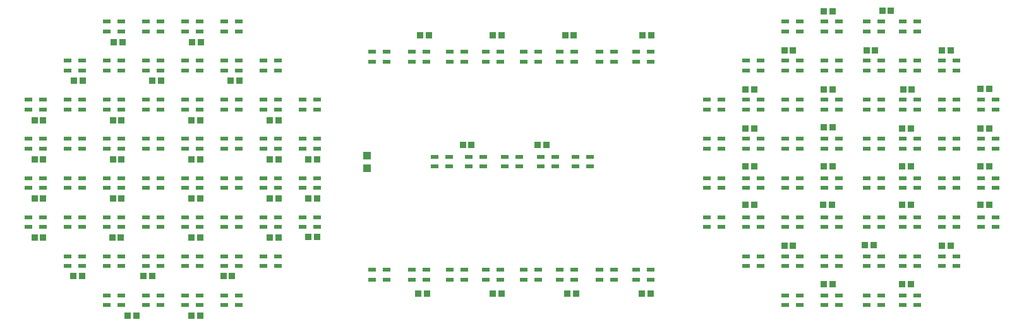
<source format=gbr>
G04 EAGLE Gerber RS-274X export*
G75*
%MOMM*%
%FSLAX34Y34*%
%LPD*%
%INSolderpaste Top*%
%IPPOS*%
%AMOC8*
5,1,8,0,0,1.08239X$1,22.5*%
G01*
%ADD10R,1.000000X0.600000*%
%ADD11R,1.000000X1.100000*%
%ADD12R,0.850000X0.900000*%


D10*
X264000Y415250D03*
X264000Y402250D03*
X283500Y402250D03*
X283500Y415250D03*
X54000Y362750D03*
X54000Y349750D03*
X73500Y349750D03*
X73500Y362750D03*
X211500Y415250D03*
X211500Y402250D03*
X231000Y402250D03*
X231000Y415250D03*
X159000Y415250D03*
X159000Y402250D03*
X178500Y402250D03*
X178500Y415250D03*
X106500Y415250D03*
X106500Y402250D03*
X126000Y402250D03*
X126000Y415250D03*
X316500Y362750D03*
X316500Y349750D03*
X336000Y349750D03*
X336000Y362750D03*
X264000Y362750D03*
X264000Y349750D03*
X283500Y349750D03*
X283500Y362750D03*
X211500Y362750D03*
X211500Y349750D03*
X231000Y349750D03*
X231000Y362750D03*
X159000Y362750D03*
X159000Y349750D03*
X178500Y349750D03*
X178500Y362750D03*
X106500Y362750D03*
X106500Y349750D03*
X126000Y349750D03*
X126000Y362750D03*
X369000Y310250D03*
X369000Y297250D03*
X388500Y297250D03*
X388500Y310250D03*
X316500Y310250D03*
X316500Y297250D03*
X336000Y297250D03*
X336000Y310250D03*
X264000Y310250D03*
X264000Y297250D03*
X283500Y297250D03*
X283500Y310250D03*
X211500Y310250D03*
X211500Y297250D03*
X231000Y297250D03*
X231000Y310250D03*
X159000Y310250D03*
X159000Y297250D03*
X178500Y297250D03*
X178500Y310250D03*
X106500Y310250D03*
X106500Y297250D03*
X126000Y297250D03*
X126000Y310250D03*
X54000Y310250D03*
X54000Y297250D03*
X73500Y297250D03*
X73500Y310250D03*
X1500Y310250D03*
X1500Y297250D03*
X21000Y297250D03*
X21000Y310250D03*
X369000Y257750D03*
X369000Y244750D03*
X388500Y244750D03*
X388500Y257750D03*
X316500Y257750D03*
X316500Y244750D03*
X336000Y244750D03*
X336000Y257750D03*
X264000Y257750D03*
X264000Y244750D03*
X283500Y244750D03*
X283500Y257750D03*
X211500Y257750D03*
X211500Y244750D03*
X231000Y244750D03*
X231000Y257750D03*
X159000Y257750D03*
X159000Y244750D03*
X178500Y244750D03*
X178500Y257750D03*
X106500Y257750D03*
X106500Y244750D03*
X126000Y244750D03*
X126000Y257750D03*
X54000Y257750D03*
X54000Y244750D03*
X73500Y244750D03*
X73500Y257750D03*
X1500Y257750D03*
X1500Y244750D03*
X21000Y244750D03*
X21000Y257750D03*
X369000Y205250D03*
X369000Y192250D03*
X388500Y192250D03*
X388500Y205250D03*
X316500Y205250D03*
X316500Y192250D03*
X336000Y192250D03*
X336000Y205250D03*
X264000Y205250D03*
X264000Y192250D03*
X283500Y192250D03*
X283500Y205250D03*
X211500Y205250D03*
X211500Y192250D03*
X231000Y192250D03*
X231000Y205250D03*
X159000Y205250D03*
X159000Y192250D03*
X178500Y192250D03*
X178500Y205250D03*
X106500Y205250D03*
X106500Y192250D03*
X126000Y192250D03*
X126000Y205250D03*
X54000Y205250D03*
X54000Y192250D03*
X73500Y192250D03*
X73500Y205250D03*
X1500Y205250D03*
X1500Y192250D03*
X21000Y192250D03*
X21000Y205250D03*
X369000Y152750D03*
X369000Y139750D03*
X388500Y139750D03*
X388500Y152750D03*
X316500Y152750D03*
X316500Y139750D03*
X336000Y139750D03*
X336000Y152750D03*
X264000Y152750D03*
X264000Y139750D03*
X283500Y139750D03*
X283500Y152750D03*
X211500Y152750D03*
X211500Y139750D03*
X231000Y139750D03*
X231000Y152750D03*
X159000Y152750D03*
X159000Y139750D03*
X178500Y139750D03*
X178500Y152750D03*
X106500Y152750D03*
X106500Y139750D03*
X126000Y139750D03*
X126000Y152750D03*
X54000Y152750D03*
X54000Y139750D03*
X73500Y139750D03*
X73500Y152750D03*
X1500Y152750D03*
X1500Y139750D03*
X21000Y139750D03*
X21000Y152750D03*
X316500Y100250D03*
X316500Y87250D03*
X336000Y87250D03*
X336000Y100250D03*
X264000Y100250D03*
X264000Y87250D03*
X283500Y87250D03*
X283500Y100250D03*
X211500Y100250D03*
X211500Y87250D03*
X231000Y87250D03*
X231000Y100250D03*
X159000Y100250D03*
X159000Y87250D03*
X178500Y87250D03*
X178500Y100250D03*
X106500Y100250D03*
X106500Y87250D03*
X126000Y87250D03*
X126000Y100250D03*
X54000Y100250D03*
X54000Y87250D03*
X73500Y87250D03*
X73500Y100250D03*
X264000Y47750D03*
X264000Y34750D03*
X283500Y34750D03*
X283500Y47750D03*
X211500Y47750D03*
X211500Y34750D03*
X231000Y34750D03*
X231000Y47750D03*
X159000Y47750D03*
X159000Y34750D03*
X178500Y34750D03*
X178500Y47750D03*
X106500Y47750D03*
X106500Y34750D03*
X126000Y34750D03*
X126000Y47750D03*
X481720Y68688D03*
X481720Y81688D03*
X462220Y81688D03*
X462220Y68688D03*
X535060Y68688D03*
X535060Y81688D03*
X515560Y81688D03*
X515560Y68688D03*
X585860Y68688D03*
X585860Y81688D03*
X566360Y81688D03*
X566360Y68688D03*
X634120Y68688D03*
X634120Y81688D03*
X614620Y81688D03*
X614620Y68688D03*
X684920Y68688D03*
X684920Y81688D03*
X665420Y81688D03*
X665420Y68688D03*
X733180Y68688D03*
X733180Y81688D03*
X713680Y81688D03*
X713680Y68688D03*
X786520Y68688D03*
X786520Y81688D03*
X767020Y81688D03*
X767020Y68688D03*
X836050Y68688D03*
X836050Y81688D03*
X816550Y81688D03*
X816550Y68688D03*
X735270Y233750D03*
X735270Y220750D03*
X754770Y220750D03*
X754770Y233750D03*
X688280Y233750D03*
X688280Y220750D03*
X707780Y220750D03*
X707780Y233750D03*
X640020Y233750D03*
X640020Y220750D03*
X659520Y220750D03*
X659520Y233750D03*
X591760Y233750D03*
X591760Y220750D03*
X611260Y220750D03*
X611260Y233750D03*
X546040Y233750D03*
X546040Y220750D03*
X565540Y220750D03*
X565540Y233750D03*
X481720Y361750D03*
X481720Y374750D03*
X462220Y374750D03*
X462220Y361750D03*
X535060Y361750D03*
X535060Y374750D03*
X515560Y374750D03*
X515560Y361750D03*
X585860Y361750D03*
X585860Y374750D03*
X566360Y374750D03*
X566360Y361750D03*
X634120Y361750D03*
X634120Y374750D03*
X614620Y374750D03*
X614620Y361750D03*
X684920Y361750D03*
X684920Y374750D03*
X665420Y374750D03*
X665420Y361750D03*
X733180Y361750D03*
X733180Y374750D03*
X713680Y374750D03*
X713680Y361750D03*
X786520Y361750D03*
X786520Y374750D03*
X767020Y374750D03*
X767020Y361750D03*
X836050Y361750D03*
X836050Y374750D03*
X816550Y374750D03*
X816550Y361750D03*
X1036000Y402250D03*
X1036000Y415250D03*
X1016500Y415250D03*
X1016500Y402250D03*
X1088500Y402250D03*
X1088500Y415250D03*
X1069000Y415250D03*
X1069000Y402250D03*
X1144550Y402250D03*
X1144550Y415250D03*
X1125050Y415250D03*
X1125050Y402250D03*
X1193500Y402250D03*
X1193500Y415250D03*
X1174000Y415250D03*
X1174000Y402250D03*
X983500Y349750D03*
X983500Y362750D03*
X964000Y362750D03*
X964000Y349750D03*
X1036000Y349750D03*
X1036000Y362750D03*
X1016500Y362750D03*
X1016500Y349750D03*
X1088500Y349750D03*
X1088500Y362750D03*
X1069000Y362750D03*
X1069000Y349750D03*
X1144550Y349750D03*
X1144550Y362750D03*
X1125050Y362750D03*
X1125050Y349750D03*
X1193500Y349750D03*
X1193500Y362750D03*
X1174000Y362750D03*
X1174000Y349750D03*
X1246000Y349750D03*
X1246000Y362750D03*
X1226500Y362750D03*
X1226500Y349750D03*
X931000Y297250D03*
X931000Y310250D03*
X911500Y310250D03*
X911500Y297250D03*
X983500Y297250D03*
X983500Y310250D03*
X964000Y310250D03*
X964000Y297250D03*
X1036000Y297250D03*
X1036000Y310250D03*
X1016500Y310250D03*
X1016500Y297250D03*
X1088500Y297250D03*
X1088500Y310250D03*
X1069000Y310250D03*
X1069000Y297250D03*
X1144550Y297250D03*
X1144550Y310250D03*
X1125050Y310250D03*
X1125050Y297250D03*
X1193500Y297250D03*
X1193500Y310250D03*
X1174000Y310250D03*
X1174000Y297250D03*
X1246000Y297250D03*
X1246000Y310250D03*
X1226500Y310250D03*
X1226500Y297250D03*
X1298500Y297250D03*
X1298500Y310250D03*
X1279000Y310250D03*
X1279000Y297250D03*
X931000Y244750D03*
X931000Y257750D03*
X911500Y257750D03*
X911500Y244750D03*
X983500Y244750D03*
X983500Y257750D03*
X964000Y257750D03*
X964000Y244750D03*
X1036000Y244750D03*
X1036000Y257750D03*
X1016500Y257750D03*
X1016500Y244750D03*
X1088500Y244750D03*
X1088500Y257750D03*
X1069000Y257750D03*
X1069000Y244750D03*
X1144550Y244750D03*
X1144550Y257750D03*
X1125050Y257750D03*
X1125050Y244750D03*
X1193500Y244750D03*
X1193500Y257750D03*
X1174000Y257750D03*
X1174000Y244750D03*
X1246000Y244750D03*
X1246000Y257750D03*
X1226500Y257750D03*
X1226500Y244750D03*
X1298500Y244750D03*
X1298500Y257750D03*
X1279000Y257750D03*
X1279000Y244750D03*
X931000Y192250D03*
X931000Y205250D03*
X911500Y205250D03*
X911500Y192250D03*
X983500Y192250D03*
X983500Y205250D03*
X964000Y205250D03*
X964000Y192250D03*
X1036000Y192250D03*
X1036000Y205250D03*
X1016500Y205250D03*
X1016500Y192250D03*
X1088500Y192250D03*
X1088500Y205250D03*
X1069000Y205250D03*
X1069000Y192250D03*
X1144550Y192250D03*
X1144550Y205250D03*
X1125050Y205250D03*
X1125050Y192250D03*
X1193500Y192250D03*
X1193500Y205250D03*
X1174000Y205250D03*
X1174000Y192250D03*
X1246000Y192250D03*
X1246000Y205250D03*
X1226500Y205250D03*
X1226500Y192250D03*
X1298500Y192250D03*
X1298500Y205250D03*
X1279000Y205250D03*
X1279000Y192250D03*
X931000Y139750D03*
X931000Y152750D03*
X911500Y152750D03*
X911500Y139750D03*
X983500Y139750D03*
X983500Y152750D03*
X964000Y152750D03*
X964000Y139750D03*
X1036000Y139750D03*
X1036000Y152750D03*
X1016500Y152750D03*
X1016500Y139750D03*
X1088500Y139750D03*
X1088500Y152750D03*
X1069000Y152750D03*
X1069000Y139750D03*
X1144550Y139750D03*
X1144550Y152750D03*
X1125050Y152750D03*
X1125050Y139750D03*
X1193500Y139750D03*
X1193500Y152750D03*
X1174000Y152750D03*
X1174000Y139750D03*
X1246000Y139750D03*
X1246000Y152750D03*
X1226500Y152750D03*
X1226500Y139750D03*
X1298500Y139750D03*
X1298500Y152750D03*
X1279000Y152750D03*
X1279000Y139750D03*
X983500Y87250D03*
X983500Y100250D03*
X964000Y100250D03*
X964000Y87250D03*
X1036000Y87250D03*
X1036000Y100250D03*
X1016500Y100250D03*
X1016500Y87250D03*
X1088500Y87250D03*
X1088500Y100250D03*
X1069000Y100250D03*
X1069000Y87250D03*
X1144550Y87250D03*
X1144550Y100250D03*
X1125050Y100250D03*
X1125050Y87250D03*
X1193500Y87250D03*
X1193500Y100250D03*
X1174000Y100250D03*
X1174000Y87250D03*
X1246000Y87250D03*
X1246000Y100250D03*
X1226500Y100250D03*
X1226500Y87250D03*
X1036000Y34750D03*
X1036000Y47750D03*
X1016500Y47750D03*
X1016500Y34750D03*
X1088500Y34750D03*
X1088500Y47750D03*
X1069000Y47750D03*
X1069000Y34750D03*
X1144550Y34750D03*
X1144550Y47750D03*
X1125050Y47750D03*
X1125050Y34750D03*
X1193500Y34750D03*
X1193500Y47750D03*
X1174000Y47750D03*
X1174000Y34750D03*
D11*
X456000Y218500D03*
X456000Y235500D03*
D12*
X232800Y388000D03*
X221200Y388000D03*
X127800Y388000D03*
X116200Y388000D03*
X273200Y336000D03*
X284800Y336000D03*
X168200Y336000D03*
X179800Y336000D03*
X63200Y336000D03*
X74800Y336000D03*
X325200Y283000D03*
X336800Y283000D03*
X220200Y283000D03*
X231800Y283000D03*
X115200Y283000D03*
X126800Y283000D03*
X10200Y283000D03*
X21800Y283000D03*
X10200Y230000D03*
X21800Y230000D03*
X377200Y230000D03*
X388800Y230000D03*
X325200Y230000D03*
X336800Y230000D03*
X220200Y230000D03*
X231800Y230000D03*
X115200Y230000D03*
X126800Y230000D03*
X10200Y178000D03*
X21800Y178000D03*
X377200Y178000D03*
X388800Y178000D03*
X325200Y178000D03*
X336800Y178000D03*
X220200Y178000D03*
X231800Y178000D03*
X115200Y178000D03*
X126800Y178000D03*
X10200Y125000D03*
X21800Y125000D03*
X377200Y126000D03*
X388800Y126000D03*
X325200Y125000D03*
X336800Y125000D03*
X220200Y125000D03*
X231800Y125000D03*
X114200Y125000D03*
X125800Y125000D03*
X62200Y74000D03*
X73800Y74000D03*
X274800Y74000D03*
X263200Y74000D03*
X167800Y74000D03*
X156200Y74000D03*
X220200Y20000D03*
X231800Y20000D03*
X135200Y20000D03*
X146800Y20000D03*
X527200Y397000D03*
X538800Y397000D03*
X624200Y397000D03*
X635800Y397000D03*
X721200Y397000D03*
X732800Y397000D03*
X825200Y397000D03*
X836800Y397000D03*
X595800Y250000D03*
X584200Y250000D03*
X695800Y250000D03*
X684200Y250000D03*
X524200Y50000D03*
X535800Y50000D03*
X624200Y50000D03*
X635800Y50000D03*
X724200Y50000D03*
X735800Y50000D03*
X824200Y50000D03*
X835800Y50000D03*
X1079800Y429000D03*
X1068200Y429000D03*
X1157800Y430000D03*
X1146200Y430000D03*
X1026800Y377000D03*
X1015200Y377000D03*
X1136800Y377000D03*
X1125200Y377000D03*
X1237800Y377000D03*
X1226200Y377000D03*
X974800Y324000D03*
X963200Y324000D03*
X1079800Y324000D03*
X1068200Y324000D03*
X1185800Y324000D03*
X1174200Y324000D03*
X1289800Y325000D03*
X1278200Y325000D03*
X974800Y272000D03*
X963200Y272000D03*
X1079800Y273000D03*
X1068200Y273000D03*
X1184800Y272000D03*
X1173200Y272000D03*
X1289800Y272000D03*
X1278200Y272000D03*
X974800Y221000D03*
X963200Y221000D03*
X1079800Y221000D03*
X1068200Y221000D03*
X1184800Y221000D03*
X1173200Y221000D03*
X1289800Y221000D03*
X1278200Y221000D03*
X974800Y169000D03*
X963200Y169000D03*
X1078800Y169000D03*
X1067200Y169000D03*
X1184800Y169000D03*
X1173200Y169000D03*
X1289800Y169000D03*
X1278200Y169000D03*
X1026800Y114000D03*
X1015200Y114000D03*
X1134800Y115000D03*
X1123200Y115000D03*
X1237800Y114000D03*
X1226200Y114000D03*
X1079800Y63000D03*
X1068200Y63000D03*
X1184800Y63000D03*
X1173200Y63000D03*
M02*

</source>
